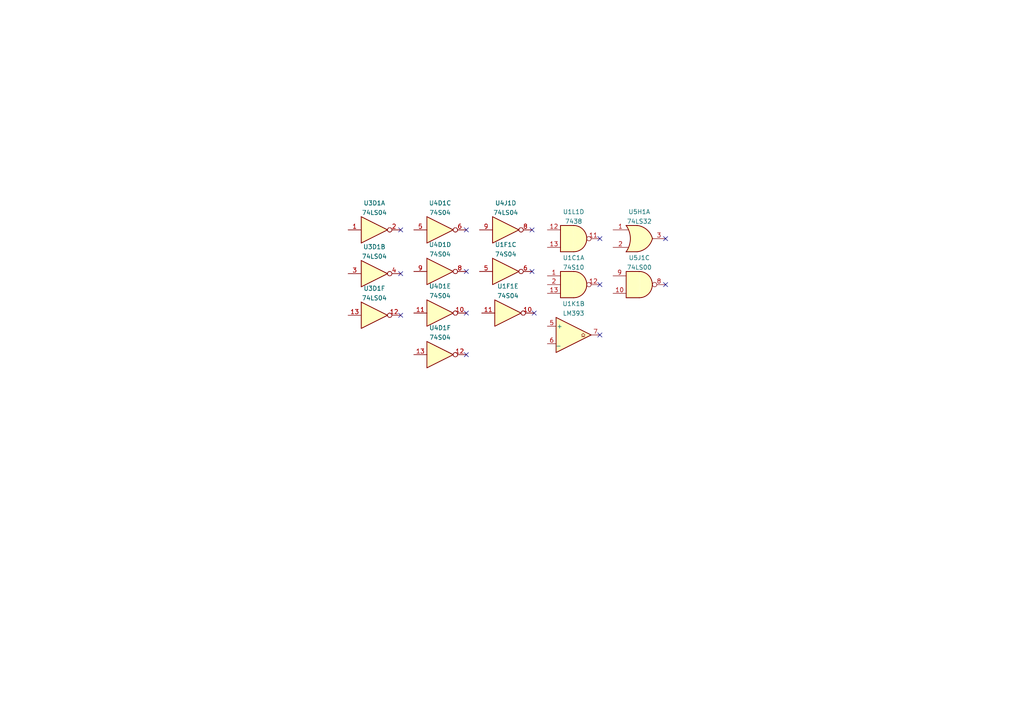
<source format=kicad_sch>
(kicad_sch (version 20230121) (generator eeschema)
  (paper "A4")
  (lib_symbols
    (symbol "74xx:74LS00" (pin_names (offset 1.016))
      (property "Reference" "U" (at 0 1.27 0))
      (property "Value" "74LS00" (at 0 -1.27 0))
      (symbol "74LS00_1_1"
        (arc (start 0 -3.81) (mid 3.7934 0) (end 0 3.81) (stroke (width 0.254)) (fill (type background)))
        (polyline (pts (xy 0 3.81) (xy -3.81 3.81) (xy -3.81 -3.81) (xy 0 -3.81)) (stroke (width 0.254)) (fill (type background)))
        (pin input line (at -7.62 2.54 0) (length 3.81) (name "~") (number "1"))
        (pin input line (at -7.62 -2.54 0) (length 3.81) (name "~") (number "2"))
        (pin output inverted (at 7.62 0 180) (length 3.81) (name "~") (number "3"))
      )
      (symbol "74LS00_1_2"
        (arc (start -3.81 -3.81) (mid -2.589 0) (end -3.81 3.81) (stroke (width 0.254)))
        (arc (start -0.6096 -3.81) (mid 2.1855 -2.584) (end 3.81 0) (stroke (width 0.254)) (fill (type background)))
        (polyline (pts (xy -3.81 -3.81) (xy -0.635 -3.81)) (stroke (width 0.254)) (fill (type background)))
        (polyline (pts (xy -3.81 3.81) (xy -0.635 3.81)) (stroke (width 0.254)) (fill (type background)))
        (polyline (pts (xy -0.635 3.81) (xy -3.81 3.81) (xy -3.81 3.81) (xy -3.556 3.4036) (xy -3.0226 2.2606) (xy -2.6924 1.0414) (xy -2.6162 -0.254) (xy -2.7686 -1.4986) (xy -3.175 -2.7178) (xy -3.81 -3.81) (xy -3.81 -3.81) (xy -0.635 -3.81)) (stroke (width -25.4)) (fill (type background)))
        (arc (start 3.81 0) (mid 2.1928 2.5925) (end -0.6096 3.81) (stroke (width 0.254)) (fill (type background)))
        (pin input inverted (at -7.62 2.54 0) (length 4.318) (name "~") (number "1"))
        (pin input inverted (at -7.62 -2.54 0) (length 4.318) (name "~") (number "2"))
        (pin output line (at 7.62 0 180) (length 3.81) (name "~") (number "3"))
      )
      (symbol "74LS00_2_1"
        (arc (start 0 -3.81) (mid 3.7934 0) (end 0 3.81) (stroke (width 0.254)) (fill (type background)))
        (polyline (pts (xy 0 3.81) (xy -3.81 3.81) (xy -3.81 -3.81) (xy 0 -3.81)) (stroke (width 0.254)) (fill (type background)))
        (pin input line (at -7.62 2.54 0) (length 3.81) (name "~") (number "4"))
        (pin input line (at -7.62 -2.54 0) (length 3.81) (name "~") (number "5"))
        (pin output inverted (at 7.62 0 180) (length 3.81) (name "~") (number "6"))
      )
      (symbol "74LS00_2_2"
        (arc (start -3.81 -3.81) (mid -2.589 0) (end -3.81 3.81) (stroke (width 0.254)))
        (arc (start -0.6096 -3.81) (mid 2.1855 -2.584) (end 3.81 0) (stroke (width 0.254)) (fill (type background)))
        (polyline (pts (xy -3.81 -3.81) (xy -0.635 -3.81)) (stroke (width 0.254)) (fill (type background)))
        (polyline (pts (xy -3.81 3.81) (xy -0.635 3.81)) (stroke (width 0.254)) (fill (type background)))
        (polyline (pts (xy -0.635 3.81) (xy -3.81 3.81) (xy -3.81 3.81) (xy -3.556 3.4036) (xy -3.0226 2.2606) (xy -2.6924 1.0414) (xy -2.6162 -0.254) (xy -2.7686 -1.4986) (xy -3.175 -2.7178) (xy -3.81 -3.81) (xy -3.81 -3.81) (xy -0.635 -3.81)) (stroke (width -25.4)) (fill (type background)))
        (arc (start 3.81 0) (mid 2.1928 2.5925) (end -0.6096 3.81) (stroke (width 0.254)) (fill (type background)))
        (pin input inverted (at -7.62 2.54 0) (length 4.318) (name "~") (number "4"))
        (pin input inverted (at -7.62 -2.54 0) (length 4.318) (name "~") (number "5"))
        (pin output line (at 7.62 0 180) (length 3.81) (name "~") (number "6"))
      )
      (symbol "74LS00_3_1"
        (arc (start 0 -3.81) (mid 3.7934 0) (end 0 3.81) (stroke (width 0.254)) (fill (type background)))
        (polyline (pts (xy 0 3.81) (xy -3.81 3.81) (xy -3.81 -3.81) (xy 0 -3.81)) (stroke (width 0.254)) (fill (type background)))
        (pin input line (at -7.62 -2.54 0) (length 3.81) (name "~") (number "10"))
        (pin output inverted (at 7.62 0 180) (length 3.81) (name "~") (number "8"))
        (pin input line (at -7.62 2.54 0) (length 3.81) (name "~") (number "9"))
      )
      (symbol "74LS00_3_2"
        (arc (start -3.81 -3.81) (mid -2.589 0) (end -3.81 3.81) (stroke (width 0.254)))
        (arc (start -0.6096 -3.81) (mid 2.1855 -2.584) (end 3.81 0) (stroke (width 0.254)) (fill (type background)))
        (polyline (pts (xy -3.81 -3.81) (xy -0.635 -3.81)) (stroke (width 0.254)) (fill (type background)))
        (polyline (pts (xy -3.81 3.81) (xy -0.635 3.81)) (stroke (width 0.254)) (fill (type background)))
        (polyline (pts (xy -0.635 3.81) (xy -3.81 3.81) (xy -3.81 3.81) (xy -3.556 3.4036) (xy -3.0226 2.2606) (xy -2.6924 1.0414) (xy -2.6162 -0.254) (xy -2.7686 -1.4986) (xy -3.175 -2.7178) (xy -3.81 -3.81) (xy -3.81 -3.81) (xy -0.635 -3.81)) (stroke (width -25.4)) (fill (type background)))
        (arc (start 3.81 0) (mid 2.1928 2.5925) (end -0.6096 3.81) (stroke (width 0.254)) (fill (type background)))
        (pin input inverted (at -7.62 -2.54 0) (length 4.318) (name "~") (number "10"))
        (pin output line (at 7.62 0 180) (length 3.81) (name "~") (number "8"))
        (pin input inverted (at -7.62 2.54 0) (length 4.318) (name "~") (number "9"))
      )
      (symbol "74LS00_4_1"
        (arc (start 0 -3.81) (mid 3.7934 0) (end 0 3.81) (stroke (width 0.254)) (fill (type background)))
        (polyline (pts (xy 0 3.81) (xy -3.81 3.81) (xy -3.81 -3.81) (xy 0 -3.81)) (stroke (width 0.254)) (fill (type background)))
        (pin output inverted (at 7.62 0 180) (length 3.81) (name "~") (number "11"))
        (pin input line (at -7.62 2.54 0) (length 3.81) (name "~") (number "12"))
        (pin input line (at -7.62 -2.54 0) (length 3.81) (name "~") (number "13"))
      )
      (symbol "74LS00_4_2"
        (arc (start -3.81 -3.81) (mid -2.589 0) (end -3.81 3.81) (stroke (width 0.254)))
        (arc (start -0.6096 -3.81) (mid 2.1855 -2.584) (end 3.81 0) (stroke (width 0.254)) (fill (type background)))
        (polyline (pts (xy -3.81 -3.81) (xy -0.635 -3.81)) (stroke (width 0.254)) (fill (type background)))
        (polyline (pts (xy -3.81 3.81) (xy -0.635 3.81)) (stroke (width 0.254)) (fill (type background)))
        (polyline (pts (xy -0.635 3.81) (xy -3.81 3.81) (xy -3.81 3.81) (xy -3.556 3.4036) (xy -3.0226 2.2606) (xy -2.6924 1.0414) (xy -2.6162 -0.254) (xy -2.7686 -1.4986) (xy -3.175 -2.7178) (xy -3.81 -3.81) (xy -3.81 -3.81) (xy -0.635 -3.81)) (stroke (width -25.4)) (fill (type background)))
        (arc (start 3.81 0) (mid 2.1928 2.5925) (end -0.6096 3.81) (stroke (width 0.254)) (fill (type background)))
        (pin output line (at 7.62 0 180) (length 3.81) (name "~") (number "11"))
        (pin input inverted (at -7.62 2.54 0) (length 4.318) (name "~") (number "12"))
        (pin input inverted (at -7.62 -2.54 0) (length 4.318) (name "~") (number "13"))
      )
      (symbol "74LS00_5_0"
        (pin power_in line (at 0 12.7 270) (length 5.08) (name "VCC") (number "14"))
        (pin power_in line (at 0 -12.7 90) (length 5.08) (name "GND") (number "7"))
      )
      (symbol "74LS00_5_1"
        (rectangle (start -5.08 7.62) (end 5.08 -7.62) (stroke (width 0.254)) (fill (type background)))
      )
    )
    (symbol "74xx:74LS04"
      (property "Reference" "U" (at 0 1.27 0))
      (property "Value" "74LS04" (at 0 -1.27 0))
      (symbol "74LS04_1_0"
        (polyline (pts (xy -3.81 3.81) (xy -3.81 -3.81) (xy 3.81 0) (xy -3.81 3.81)) (stroke (width 0.254)) (fill (type background)))
        (pin input line (at -7.62 0 0) (length 3.81) (name "~") (number "1"))
        (pin output inverted (at 7.62 0 180) (length 3.81) (name "~") (number "2"))
      )
      (symbol "74LS04_2_0"
        (polyline (pts (xy -3.81 3.81) (xy -3.81 -3.81) (xy 3.81 0) (xy -3.81 3.81)) (stroke (width 0.254)) (fill (type background)))
        (pin input line (at -7.62 0 0) (length 3.81) (name "~") (number "3"))
        (pin output inverted (at 7.62 0 180) (length 3.81) (name "~") (number "4"))
      )
      (symbol "74LS04_3_0"
        (polyline (pts (xy -3.81 3.81) (xy -3.81 -3.81) (xy 3.81 0) (xy -3.81 3.81)) (stroke (width 0.254)) (fill (type background)))
        (pin input line (at -7.62 0 0) (length 3.81) (name "~") (number "5"))
        (pin output inverted (at 7.62 0 180) (length 3.81) (name "~") (number "6"))
      )
      (symbol "74LS04_4_0"
        (polyline (pts (xy -3.81 3.81) (xy -3.81 -3.81) (xy 3.81 0) (xy -3.81 3.81)) (stroke (width 0.254)) (fill (type background)))
        (pin output inverted (at 7.62 0 180) (length 3.81) (name "~") (number "8"))
        (pin input line (at -7.62 0 0) (length 3.81) (name "~") (number "9"))
      )
      (symbol "74LS04_5_0"
        (polyline (pts (xy -3.81 3.81) (xy -3.81 -3.81) (xy 3.81 0) (xy -3.81 3.81)) (stroke (width 0.254)) (fill (type background)))
        (pin output inverted (at 7.62 0 180) (length 3.81) (name "~") (number "10"))
        (pin input line (at -7.62 0 0) (length 3.81) (name "~") (number "11"))
      )
      (symbol "74LS04_6_0"
        (polyline (pts (xy -3.81 3.81) (xy -3.81 -3.81) (xy 3.81 0) (xy -3.81 3.81)) (stroke (width 0.254)) (fill (type background)))
        (pin output inverted (at 7.62 0 180) (length 3.81) (name "~") (number "12"))
        (pin input line (at -7.62 0 0) (length 3.81) (name "~") (number "13"))
      )
      (symbol "74LS04_7_0"
        (pin power_in line (at 0 12.7 270) (length 5.08) (name "VCC") (number "14"))
        (pin power_in line (at 0 -12.7 90) (length 5.08) (name "GND") (number "7"))
      )
      (symbol "74LS04_7_1"
        (rectangle (start -5.08 7.62) (end 5.08 -7.62) (stroke (width 0.254)) (fill (type background)))
      )
    )
    (symbol "74xx:74LS10" (pin_names (offset 1.016))
      (property "Reference" "U" (at 0 1.27 0))
      (property "Value" "74LS10" (at 0 -1.27 0))
      (symbol "74LS10_1_1"
        (arc (start 0 -3.81) (mid 3.7934 0) (end 0 3.81) (stroke (width 0.254)) (fill (type background)))
        (polyline (pts (xy 0 3.81) (xy -3.81 3.81) (xy -3.81 -3.81) (xy 0 -3.81)) (stroke (width 0.254)) (fill (type background)))
        (pin input line (at -7.62 2.54 0) (length 3.81) (name "~") (number "1"))
        (pin output inverted (at 7.62 0 180) (length 3.81) (name "~") (number "12"))
        (pin input line (at -7.62 -2.54 0) (length 3.81) (name "~") (number "13"))
        (pin input line (at -7.62 0 0) (length 3.81) (name "~") (number "2"))
      )
      (symbol "74LS10_1_2"
        (arc (start -3.81 -3.81) (mid -2.589 0) (end -3.81 3.81) (stroke (width 0.254)))
        (arc (start -0.6096 -3.81) (mid 2.1855 -2.584) (end 3.81 0) (stroke (width 0.254)) (fill (type background)))
        (polyline (pts (xy -3.81 -3.81) (xy -0.635 -3.81)) (stroke (width 0.254)) (fill (type background)))
        (polyline (pts (xy -3.81 3.81) (xy -0.635 3.81)) (stroke (width 0.254)) (fill (type background)))
        (polyline (pts (xy -0.635 3.81) (xy -3.81 3.81) (xy -3.81 3.81) (xy -3.556 3.4036) (xy -3.0226 2.2606) (xy -2.6924 1.0414) (xy -2.6162 -0.254) (xy -2.7686 -1.4986) (xy -3.175 -2.7178) (xy -3.81 -3.81) (xy -3.81 -3.81) (xy -0.635 -3.81)) (stroke (width -25.4)) (fill (type background)))
        (arc (start 3.81 0) (mid 2.1928 2.5925) (end -0.6096 3.81) (stroke (width 0.254)) (fill (type background)))
        (pin input inverted (at -7.62 2.54 0) (length 4.318) (name "~") (number "1"))
        (pin output line (at 7.62 0 180) (length 3.81) (name "~") (number "12"))
        (pin input inverted (at -7.62 -2.54 0) (length 4.318) (name "~") (number "13"))
        (pin input inverted (at -7.62 0 0) (length 4.953) (name "~") (number "2"))
      )
      (symbol "74LS10_2_1"
        (arc (start 0 -3.81) (mid 3.7934 0) (end 0 3.81) (stroke (width 0.254)) (fill (type background)))
        (polyline (pts (xy 0 3.81) (xy -3.81 3.81) (xy -3.81 -3.81) (xy 0 -3.81)) (stroke (width 0.254)) (fill (type background)))
        (pin input line (at -7.62 2.54 0) (length 3.81) (name "~") (number "3"))
        (pin input line (at -7.62 0 0) (length 3.81) (name "~") (number "4"))
        (pin input line (at -7.62 -2.54 0) (length 3.81) (name "~") (number "5"))
        (pin output inverted (at 7.62 0 180) (length 3.81) (name "~") (number "6"))
      )
      (symbol "74LS10_2_2"
        (arc (start -3.81 -3.81) (mid -2.589 0) (end -3.81 3.81) (stroke (width 0.254)))
        (arc (start -0.6096 -3.81) (mid 2.1855 -2.584) (end 3.81 0) (stroke (width 0.254)) (fill (type background)))
        (polyline (pts (xy -3.81 -3.81) (xy -0.635 -3.81)) (stroke (width 0.254)) (fill (type background)))
        (polyline (pts (xy -3.81 3.81) (xy -0.635 3.81)) (stroke (width 0.254)) (fill (type background)))
        (polyline (pts (xy -0.635 3.81) (xy -3.81 3.81) (xy -3.81 3.81) (xy -3.556 3.4036) (xy -3.0226 2.2606) (xy -2.6924 1.0414) (xy -2.6162 -0.254) (xy -2.7686 -1.4986) (xy -3.175 -2.7178) (xy -3.81 -3.81) (xy -3.81 -3.81) (xy -0.635 -3.81)) (stroke (width -25.4)) (fill (type background)))
        (arc (start 3.81 0) (mid 2.1928 2.5925) (end -0.6096 3.81) (stroke (width 0.254)) (fill (type background)))
        (pin input inverted (at -7.62 2.54 0) (length 4.318) (name "~") (number "3"))
        (pin input inverted (at -7.62 0 0) (length 4.953) (name "~") (number "4"))
        (pin input inverted (at -7.62 -2.54 0) (length 4.318) (name "~") (number "5"))
        (pin output line (at 7.62 0 180) (length 3.81) (name "~") (number "6"))
      )
      (symbol "74LS10_3_1"
        (arc (start 0 -3.81) (mid 3.7934 0) (end 0 3.81) (stroke (width 0.254)) (fill (type background)))
        (polyline (pts (xy 0 3.81) (xy -3.81 3.81) (xy -3.81 -3.81) (xy 0 -3.81)) (stroke (width 0.254)) (fill (type background)))
        (pin input line (at -7.62 0 0) (length 3.81) (name "~") (number "10"))
        (pin input line (at -7.62 -2.54 0) (length 3.81) (name "~") (number "11"))
        (pin output inverted (at 7.62 0 180) (length 3.81) (name "~") (number "8"))
        (pin input line (at -7.62 2.54 0) (length 3.81) (name "~") (number "9"))
      )
      (symbol "74LS10_3_2"
        (arc (start -3.81 -3.81) (mid -2.589 0) (end -3.81 3.81) (stroke (width 0.254)))
        (arc (start -0.6096 -3.81) (mid 2.1855 -2.584) (end 3.81 0) (stroke (width 0.254)) (fill (type background)))
        (polyline (pts (xy -3.81 -3.81) (xy -0.635 -3.81)) (stroke (width 0.254)) (fill (type background)))
        (polyline (pts (xy -3.81 3.81) (xy -0.635 3.81)) (stroke (width 0.254)) (fill (type background)))
        (polyline (pts (xy -0.635 3.81) (xy -3.81 3.81) (xy -3.81 3.81) (xy -3.556 3.4036) (xy -3.0226 2.2606) (xy -2.6924 1.0414) (xy -2.6162 -0.254) (xy -2.7686 -1.4986) (xy -3.175 -2.7178) (xy -3.81 -3.81) (xy -3.81 -3.81) (xy -0.635 -3.81)) (stroke (width -25.4)) (fill (type background)))
        (arc (start 3.81 0) (mid 2.1928 2.5925) (end -0.6096 3.81) (stroke (width 0.254)) (fill (type background)))
        (pin input inverted (at -7.62 0 0) (length 4.953) (name "~") (number "10"))
        (pin input inverted (at -7.62 -2.54 0) (length 4.318) (name "~") (number "11"))
        (pin output line (at 7.62 0 180) (length 3.81) (name "~") (number "8"))
        (pin input inverted (at -7.62 2.54 0) (length 4.318) (name "~") (number "9"))
      )
      (symbol "74LS10_4_0"
        (pin power_in line (at 0 12.7 270) (length 5.08) (name "VCC") (number "14"))
        (pin power_in line (at 0 -12.7 90) (length 5.08) (name "GND") (number "7"))
      )
      (symbol "74LS10_4_1"
        (rectangle (start -5.08 7.62) (end 5.08 -7.62) (stroke (width 0.254)) (fill (type background)))
      )
    )
    (symbol "74xx:74LS32" (pin_names (offset 1.016))
      (property "Reference" "U" (at 0 1.27 0))
      (property "Value" "74LS32" (at 0 -1.27 0))
      (symbol "74LS32_1_1"
        (arc (start -3.81 -3.81) (mid -2.589 0) (end -3.81 3.81) (stroke (width 0.254)))
        (arc (start -0.6096 -3.81) (mid 2.1855 -2.584) (end 3.81 0) (stroke (width 0.254)) (fill (type background)))
        (polyline (pts (xy -3.81 -3.81) (xy -0.635 -3.81)) (stroke (width 0.254)) (fill (type background)))
        (polyline (pts (xy -3.81 3.81) (xy -0.635 3.81)) (stroke (width 0.254)) (fill (type background)))
        (polyline (pts (xy -0.635 3.81) (xy -3.81 3.81) (xy -3.81 3.81) (xy -3.556 3.4036) (xy -3.0226 2.2606) (xy -2.6924 1.0414) (xy -2.6162 -0.254) (xy -2.7686 -1.4986) (xy -3.175 -2.7178) (xy -3.81 -3.81) (xy -3.81 -3.81) (xy -0.635 -3.81)) (stroke (width -25.4)) (fill (type background)))
        (arc (start 3.81 0) (mid 2.1928 2.5925) (end -0.6096 3.81) (stroke (width 0.254)) (fill (type background)))
        (pin input line (at -7.62 2.54 0) (length 4.318) (name "~") (number "1"))
        (pin input line (at -7.62 -2.54 0) (length 4.318) (name "~") (number "2"))
        (pin output line (at 7.62 0 180) (length 3.81) (name "~") (number "3"))
      )
      (symbol "74LS32_1_2"
        (arc (start 0 -3.81) (mid 3.7934 0) (end 0 3.81) (stroke (width 0.254)) (fill (type background)))
        (polyline (pts (xy 0 3.81) (xy -3.81 3.81) (xy -3.81 -3.81) (xy 0 -3.81)) (stroke (width 0.254)) (fill (type background)))
        (pin input inverted (at -7.62 2.54 0) (length 3.81) (name "~") (number "1"))
        (pin input inverted (at -7.62 -2.54 0) (length 3.81) (name "~") (number "2"))
        (pin output inverted (at 7.62 0 180) (length 3.81) (name "~") (number "3"))
      )
      (symbol "74LS32_2_1"
        (arc (start -3.81 -3.81) (mid -2.589 0) (end -3.81 3.81) (stroke (width 0.254)))
        (arc (start -0.6096 -3.81) (mid 2.1855 -2.584) (end 3.81 0) (stroke (width 0.254)) (fill (type background)))
        (polyline (pts (xy -3.81 -3.81) (xy -0.635 -3.81)) (stroke (width 0.254)) (fill (type background)))
        (polyline (pts (xy -3.81 3.81) (xy -0.635 3.81)) (stroke (width 0.254)) (fill (type background)))
        (polyline (pts (xy -0.635 3.81) (xy -3.81 3.81) (xy -3.81 3.81) (xy -3.556 3.4036) (xy -3.0226 2.2606) (xy -2.6924 1.0414) (xy -2.6162 -0.254) (xy -2.7686 -1.4986) (xy -3.175 -2.7178) (xy -3.81 -3.81) (xy -3.81 -3.81) (xy -0.635 -3.81)) (stroke (width -25.4)) (fill (type background)))
        (arc (start 3.81 0) (mid 2.1928 2.5925) (end -0.6096 3.81) (stroke (width 0.254)) (fill (type background)))
        (pin input line (at -7.62 2.54 0) (length 4.318) (name "~") (number "4"))
        (pin input line (at -7.62 -2.54 0) (length 4.318) (name "~") (number "5"))
        (pin output line (at 7.62 0 180) (length 3.81) (name "~") (number "6"))
      )
      (symbol "74LS32_2_2"
        (arc (start 0 -3.81) (mid 3.7934 0) (end 0 3.81) (stroke (width 0.254)) (fill (type background)))
        (polyline (pts (xy 0 3.81) (xy -3.81 3.81) (xy -3.81 -3.81) (xy 0 -3.81)) (stroke (width 0.254)) (fill (type background)))
        (pin input inverted (at -7.62 2.54 0) (length 3.81) (name "~") (number "4"))
        (pin input inverted (at -7.62 -2.54 0) (length 3.81) (name "~") (number "5"))
        (pin output inverted (at 7.62 0 180) (length 3.81) (name "~") (number "6"))
      )
      (symbol "74LS32_3_1"
        (arc (start -3.81 -3.81) (mid -2.589 0) (end -3.81 3.81) (stroke (width 0.254)))
        (arc (start -0.6096 -3.81) (mid 2.1855 -2.584) (end 3.81 0) (stroke (width 0.254)) (fill (type background)))
        (polyline (pts (xy -3.81 -3.81) (xy -0.635 -3.81)) (stroke (width 0.254)) (fill (type background)))
        (polyline (pts (xy -3.81 3.81) (xy -0.635 3.81)) (stroke (width 0.254)) (fill (type background)))
        (polyline (pts (xy -0.635 3.81) (xy -3.81 3.81) (xy -3.81 3.81) (xy -3.556 3.4036) (xy -3.0226 2.2606) (xy -2.6924 1.0414) (xy -2.6162 -0.254) (xy -2.7686 -1.4986) (xy -3.175 -2.7178) (xy -3.81 -3.81) (xy -3.81 -3.81) (xy -0.635 -3.81)) (stroke (width -25.4)) (fill (type background)))
        (arc (start 3.81 0) (mid 2.1928 2.5925) (end -0.6096 3.81) (stroke (width 0.254)) (fill (type background)))
        (pin input line (at -7.62 -2.54 0) (length 4.318) (name "~") (number "10"))
        (pin output line (at 7.62 0 180) (length 3.81) (name "~") (number "8"))
        (pin input line (at -7.62 2.54 0) (length 4.318) (name "~") (number "9"))
      )
      (symbol "74LS32_3_2"
        (arc (start 0 -3.81) (mid 3.7934 0) (end 0 3.81) (stroke (width 0.254)) (fill (type background)))
        (polyline (pts (xy 0 3.81) (xy -3.81 3.81) (xy -3.81 -3.81) (xy 0 -3.81)) (stroke (width 0.254)) (fill (type background)))
        (pin input inverted (at -7.62 -2.54 0) (length 3.81) (name "~") (number "10"))
        (pin output inverted (at 7.62 0 180) (length 3.81) (name "~") (number "8"))
        (pin input inverted (at -7.62 2.54 0) (length 3.81) (name "~") (number "9"))
      )
      (symbol "74LS32_4_1"
        (arc (start -3.81 -3.81) (mid -2.589 0) (end -3.81 3.81) (stroke (width 0.254)))
        (arc (start -0.6096 -3.81) (mid 2.1855 -2.584) (end 3.81 0) (stroke (width 0.254)) (fill (type background)))
        (polyline (pts (xy -3.81 -3.81) (xy -0.635 -3.81)) (stroke (width 0.254)) (fill (type background)))
        (polyline (pts (xy -3.81 3.81) (xy -0.635 3.81)) (stroke (width 0.254)) (fill (type background)))
        (polyline (pts (xy -0.635 3.81) (xy -3.81 3.81) (xy -3.81 3.81) (xy -3.556 3.4036) (xy -3.0226 2.2606) (xy -2.6924 1.0414) (xy -2.6162 -0.254) (xy -2.7686 -1.4986) (xy -3.175 -2.7178) (xy -3.81 -3.81) (xy -3.81 -3.81) (xy -0.635 -3.81)) (stroke (width -25.4)) (fill (type background)))
        (arc (start 3.81 0) (mid 2.1928 2.5925) (end -0.6096 3.81) (stroke (width 0.254)) (fill (type background)))
        (pin output line (at 7.62 0 180) (length 3.81) (name "~") (number "11"))
        (pin input line (at -7.62 2.54 0) (length 4.318) (name "~") (number "12"))
        (pin input line (at -7.62 -2.54 0) (length 4.318) (name "~") (number "13"))
      )
      (symbol "74LS32_4_2"
        (arc (start 0 -3.81) (mid 3.7934 0) (end 0 3.81) (stroke (width 0.254)) (fill (type background)))
        (polyline (pts (xy 0 3.81) (xy -3.81 3.81) (xy -3.81 -3.81) (xy 0 -3.81)) (stroke (width 0.254)) (fill (type background)))
        (pin output inverted (at 7.62 0 180) (length 3.81) (name "~") (number "11"))
        (pin input inverted (at -7.62 2.54 0) (length 3.81) (name "~") (number "12"))
        (pin input inverted (at -7.62 -2.54 0) (length 3.81) (name "~") (number "13"))
      )
      (symbol "74LS32_5_0"
        (pin power_in line (at 0 12.7 270) (length 5.08) (name "VCC") (number "14"))
        (pin power_in line (at 0 -12.7 90) (length 5.08) (name "GND") (number "7"))
      )
      (symbol "74LS32_5_1"
        (rectangle (start -5.08 7.62) (end 5.08 -7.62) (stroke (width 0.254)) (fill (type background)))
      )
    )
    (symbol "74xx:74LS38" (pin_names (offset 1.016))
      (property "Reference" "U" (at 0 1.27 0))
      (property "Value" "74LS38" (at 0 -1.27 0))
      (symbol "74LS38_1_1"
        (arc (start 0 -3.81) (mid 3.7934 0) (end 0 3.81) (stroke (width 0.254)) (fill (type background)))
        (polyline (pts (xy 0 3.81) (xy -3.81 3.81) (xy -3.81 -3.81) (xy 0 -3.81)) (stroke (width 0.254)) (fill (type background)))
        (pin input line (at -7.62 2.54 0) (length 3.81) (name "~") (number "1"))
        (pin input line (at -7.62 -2.54 0) (length 3.81) (name "~") (number "2"))
        (pin open_collector inverted (at 7.62 0 180) (length 3.81) (name "~") (number "3"))
      )
      (symbol "74LS38_1_2"
        (arc (start -3.81 -3.81) (mid -2.589 0) (end -3.81 3.81) (stroke (width 0.254)))
        (arc (start -0.6096 -3.81) (mid 2.1855 -2.584) (end 3.81 0) (stroke (width 0.254)) (fill (type background)))
        (polyline (pts (xy -3.81 -3.81) (xy -0.635 -3.81)) (stroke (width 0.254)) (fill (type background)))
        (polyline (pts (xy -3.81 3.81) (xy -0.635 3.81)) (stroke (width 0.254)) (fill (type background)))
        (polyline (pts (xy -0.635 3.81) (xy -3.81 3.81) (xy -3.81 3.81) (xy -3.556 3.4036) (xy -3.0226 2.2606) (xy -2.6924 1.0414) (xy -2.6162 -0.254) (xy -2.7686 -1.4986) (xy -3.175 -2.7178) (xy -3.81 -3.81) (xy -3.81 -3.81) (xy -0.635 -3.81)) (stroke (width -25.4)) (fill (type background)))
        (arc (start 3.81 0) (mid 2.1928 2.5925) (end -0.6096 3.81) (stroke (width 0.254)) (fill (type background)))
        (pin input inverted (at -7.62 2.54 0) (length 4.318) (name "~") (number "1"))
        (pin input inverted (at -7.62 -2.54 0) (length 4.318) (name "~") (number "2"))
        (pin open_collector line (at 7.62 0 180) (length 3.81) (name "~") (number "3"))
      )
      (symbol "74LS38_2_1"
        (arc (start 0 -3.81) (mid 3.7934 0) (end 0 3.81) (stroke (width 0.254)) (fill (type background)))
        (polyline (pts (xy 0 3.81) (xy -3.81 3.81) (xy -3.81 -3.81) (xy 0 -3.81)) (stroke (width 0.254)) (fill (type background)))
        (pin input line (at -7.62 2.54 0) (length 3.81) (name "~") (number "4"))
        (pin input line (at -7.62 -2.54 0) (length 3.81) (name "~") (number "5"))
        (pin open_collector inverted (at 7.62 0 180) (length 3.81) (name "~") (number "6"))
      )
      (symbol "74LS38_2_2"
        (arc (start -3.81 -3.81) (mid -2.589 0) (end -3.81 3.81) (stroke (width 0.254)))
        (arc (start -0.6096 -3.81) (mid 2.1855 -2.584) (end 3.81 0) (stroke (width 0.254)) (fill (type background)))
        (polyline (pts (xy -3.81 -3.81) (xy -0.635 -3.81)) (stroke (width 0.254)) (fill (type background)))
        (polyline (pts (xy -3.81 3.81) (xy -0.635 3.81)) (stroke (width 0.254)) (fill (type background)))
        (polyline (pts (xy -0.635 3.81) (xy -3.81 3.81) (xy -3.81 3.81) (xy -3.556 3.4036) (xy -3.0226 2.2606) (xy -2.6924 1.0414) (xy -2.6162 -0.254) (xy -2.7686 -1.4986) (xy -3.175 -2.7178) (xy -3.81 -3.81) (xy -3.81 -3.81) (xy -0.635 -3.81)) (stroke (width -25.4)) (fill (type background)))
        (arc (start 3.81 0) (mid 2.1928 2.5925) (end -0.6096 3.81) (stroke (width 0.254)) (fill (type background)))
        (pin input inverted (at -7.62 2.54 0) (length 4.318) (name "~") (number "4"))
        (pin input inverted (at -7.62 -2.54 0) (length 4.318) (name "~") (number "5"))
        (pin open_collector line (at 7.62 0 180) (length 3.81) (name "~") (number "6"))
      )
      (symbol "74LS38_3_1"
        (arc (start 0 -3.81) (mid 3.7934 0) (end 0 3.81) (stroke (width 0.254)) (fill (type background)))
        (polyline (pts (xy 0 3.81) (xy -3.81 3.81) (xy -3.81 -3.81) (xy 0 -3.81)) (stroke (width 0.254)) (fill (type background)))
        (pin input line (at -7.62 -2.54 0) (length 3.81) (name "~") (number "10"))
        (pin open_collector inverted (at 7.62 0 180) (length 3.81) (name "~") (number "8"))
        (pin input line (at -7.62 2.54 0) (length 3.81) (name "~") (number "9"))
      )
      (symbol "74LS38_3_2"
        (arc (start -3.81 -3.81) (mid -2.589 0) (end -3.81 3.81) (stroke (width 0.254)))
        (arc (start -0.6096 -3.81) (mid 2.1855 -2.584) (end 3.81 0) (stroke (width 0.254)) (fill (type background)))
        (polyline (pts (xy -3.81 -3.81) (xy -0.635 -3.81)) (stroke (width 0.254)) (fill (type background)))
        (polyline (pts (xy -3.81 3.81) (xy -0.635 3.81)) (stroke (width 0.254)) (fill (type background)))
        (polyline (pts (xy -0.635 3.81) (xy -3.81 3.81) (xy -3.81 3.81) (xy -3.556 3.4036) (xy -3.0226 2.2606) (xy -2.6924 1.0414) (xy -2.6162 -0.254) (xy -2.7686 -1.4986) (xy -3.175 -2.7178) (xy -3.81 -3.81) (xy -3.81 -3.81) (xy -0.635 -3.81)) (stroke (width -25.4)) (fill (type background)))
        (arc (start 3.81 0) (mid 2.1928 2.5925) (end -0.6096 3.81) (stroke (width 0.254)) (fill (type background)))
        (pin input inverted (at -7.62 -2.54 0) (length 4.318) (name "~") (number "10"))
        (pin open_collector line (at 7.62 0 180) (length 3.81) (name "~") (number "8"))
        (pin input inverted (at -7.62 2.54 0) (length 4.318) (name "~") (number "9"))
      )
      (symbol "74LS38_4_1"
        (arc (start 0 -3.81) (mid 3.7934 0) (end 0 3.81) (stroke (width 0.254)) (fill (type background)))
        (polyline (pts (xy 0 3.81) (xy -3.81 3.81) (xy -3.81 -3.81) (xy 0 -3.81)) (stroke (width 0.254)) (fill (type background)))
        (pin open_collector inverted (at 7.62 0 180) (length 3.81) (name "~") (number "11"))
        (pin input line (at -7.62 2.54 0) (length 3.81) (name "~") (number "12"))
        (pin input line (at -7.62 -2.54 0) (length 3.81) (name "~") (number "13"))
      )
      (symbol "74LS38_4_2"
        (arc (start -3.81 -3.81) (mid -2.589 0) (end -3.81 3.81) (stroke (width 0.254)))
        (arc (start -0.6096 -3.81) (mid 2.1855 -2.584) (end 3.81 0) (stroke (width 0.254)) (fill (type background)))
        (polyline (pts (xy -3.81 -3.81) (xy -0.635 -3.81)) (stroke (width 0.254)) (fill (type background)))
        (polyline (pts (xy -3.81 3.81) (xy -0.635 3.81)) (stroke (width 0.254)) (fill (type background)))
        (polyline (pts (xy -0.635 3.81) (xy -3.81 3.81) (xy -3.81 3.81) (xy -3.556 3.4036) (xy -3.0226 2.2606) (xy -2.6924 1.0414) (xy -2.6162 -0.254) (xy -2.7686 -1.4986) (xy -3.175 -2.7178) (xy -3.81 -3.81) (xy -3.81 -3.81) (xy -0.635 -3.81)) (stroke (width -25.4)) (fill (type background)))
        (arc (start 3.81 0) (mid 2.1928 2.5925) (end -0.6096 3.81) (stroke (width 0.254)) (fill (type background)))
        (pin open_collector line (at 7.62 0 180) (length 3.81) (name "~") (number "11"))
        (pin input inverted (at -7.62 2.54 0) (length 4.318) (name "~") (number "12"))
        (pin input inverted (at -7.62 -2.54 0) (length 4.318) (name "~") (number "13"))
      )
      (symbol "74LS38_5_0"
        (pin power_in line (at 0 12.7 270) (length 5.08) (name "VCC") (number "14"))
        (pin power_in line (at 0 -12.7 90) (length 5.08) (name "GND") (number "7"))
      )
      (symbol "74LS38_5_1"
        (rectangle (start -5.08 7.62) (end 5.08 -7.62) (stroke (width 0.254)) (fill (type background)))
      )
    )
    (symbol "Comparator:LM393" (pin_names (offset 0.127))
      (property "Reference" "U" (at 3.81 3.81 0))
      (property "Value" "LM393" (at 6.35 -3.81 0))
      (symbol "LM393_1_1"
        (polyline (pts (xy -5.08 5.08) (xy 5.08 0) (xy -5.08 -5.08) (xy -5.08 5.08)) (stroke (width 0.254)) (fill (type background)))
        (polyline (pts (xy 3.302 -0.508) (xy 2.794 -0.508) (xy 3.302 0) (xy 2.794 0.508) (xy 2.286 0) (xy 2.794 -0.508) (xy 2.286 -0.508)) (stroke (width 0.127)))
        (pin open_collector line (at 7.62 0 180) (length 2.54) (name "~") (number "1"))
        (pin input line (at -7.62 -2.54 0) (length 2.54) (name "-") (number "2"))
        (pin input line (at -7.62 2.54 0) (length 2.54) (name "+") (number "3"))
      )
      (symbol "LM393_2_1"
        (polyline (pts (xy -5.08 5.08) (xy 5.08 0) (xy -5.08 -5.08) (xy -5.08 5.08)) (stroke (width 0.254)) (fill (type background)))
        (polyline (pts (xy 3.302 -0.508) (xy 2.794 -0.508) (xy 3.302 0) (xy 2.794 0.508) (xy 2.286 0) (xy 2.794 -0.508) (xy 2.286 -0.508)) (stroke (width 0.127)))
        (pin input line (at -7.62 2.54 0) (length 2.54) (name "+") (number "5"))
        (pin input line (at -7.62 -2.54 0) (length 2.54) (name "_") (number "6"))
        (pin open_collector line (at 7.62 0 180) (length 2.54) (name "~") (number "7"))
      )
      (symbol "LM393_3_1"
        (pin power_in line (at -2.54 -7.62 90) (length 3.81) (name "V-") (number "4"))
        (pin power_in line (at -2.54 7.62 270) (length 3.81) (name "V+") (number "8"))
      )
    )
  )
  (no_connect (at 154.305 78.74))
  (no_connect (at 154.305 66.675))
  (no_connect (at 135.255 78.74))
  (no_connect (at 116.205 79.375))
  (no_connect (at 116.205 66.675))
  (no_connect (at 135.255 66.675))
  (no_connect (at 193.04 69.215))
  (no_connect (at 193.04 82.55))
  (no_connect (at 173.99 69.215))
  (no_connect (at 173.99 82.55))
  (no_connect (at 154.94 90.805))
  (no_connect (at 173.99 97.155))
  (no_connect (at 135.255 102.87))
  (no_connect (at 135.255 90.805))
  (no_connect (at 116.205 91.44))
  (symbol (lib_id "74xx:74LS04") (at 146.685 66.675 0) (unit 4)
    (property "Reference" "U4J1" (at 146.685 58.8985 0))
    (property "Value" "74LS04" (at 146.685 61.6736 0))
    (property "Footprint" "Package_DIP:DIP-14_W7.62mm" (effects hide))
    (property "Datasheet" "http://www.ti.com/lit/gpn/sn74LS04" (effects hide))
  )
  (symbol (lib_id "Comparator:LM393") (at 166.37 97.155 0) (unit 2)
    (property "Reference" "U1K1" (at 166.37 88.1085 0))
    (property "Value" "LM393" (at 166.37 90.8836 0))
    (property "Footprint" "Package_DIP:DIP-8_W7.62mm" (effects hide))
    (property "Datasheet" "http://www.ti.com/lit/ds/symlink/lm393.pdf" (effects hide))
  )
  (symbol (lib_id "74xx:74LS04") (at 127.635 90.805 0) (unit 5)
    (property "Reference" "U4D1" (at 127.635 83.0285 0))
    (property "Value" "74S04" (at 127.635 85.8036 0))
    (property "Footprint" "Package_DIP:DIP-14_W7.62mm" (effects hide))
    (property "Datasheet" "http://www.ti.com/lit/gpn/sn74LS04" (effects hide))
  )
  (symbol (lib_id "74xx:74LS38") (at 166.37 69.215 0) (unit 4)
    (property "Reference" "U1L1" (at 166.37 61.4385 0))
    (property "Value" "7438" (at 166.37 64.2136 0))
    (property "Footprint" "Package_DIP:DIP-14_W7.62mm" (effects hide))
    (property "Datasheet" "http://www.ti.com/lit/gpn/sn74LS38" (effects hide))
  )
  (symbol (lib_id "74xx:74LS00") (at 185.42 82.55 0) (unit 3)
    (property "Reference" "U5J1" (at 185.42 74.7735 0))
    (property "Value" "74LS00" (at 185.42 77.5486 0))
    (property "Footprint" "Package_DIP:DIP-14_W7.62mm" (effects hide))
    (property "Datasheet" "http://www.ti.com/lit/gpn/sn74ls00" (effects hide))
  )
  (symbol (lib_id "74xx:74LS04") (at 127.635 102.87 0) (unit 6)
    (property "Reference" "U4D1" (at 127.635 95.0935 0))
    (property "Value" "74S04" (at 127.635 97.8686 0))
    (property "Footprint" "Package_DIP:DIP-14_W7.62mm" (effects hide))
    (property "Datasheet" "http://www.ti.com/lit/gpn/sn74LS04" (effects hide))
  )
  (symbol (lib_id "74xx:74LS04") (at 127.635 78.74 0) (unit 4)
    (property "Reference" "U4D1" (at 127.635 70.9635 0))
    (property "Value" "74S04" (at 127.635 73.7386 0))
    (property "Footprint" "Package_DIP:DIP-14_W7.62mm" (effects hide))
    (property "Datasheet" "http://www.ti.com/lit/gpn/sn74LS04" (effects hide))
  )
  (symbol (lib_id "74xx:74LS04") (at 127.635 66.675 0) (unit 3)
    (property "Reference" "U4D1" (at 127.635 58.8985 0))
    (property "Value" "74S04" (at 127.635 61.6736 0))
    (property "Footprint" "Package_DIP:DIP-14_W7.62mm" (effects hide))
    (property "Datasheet" "http://www.ti.com/lit/gpn/sn74LS04" (effects hide))
  )
  (symbol (lib_id "74xx:74LS04") (at 108.585 79.375 0) (unit 2)
    (property "Reference" "U3D1" (at 108.585 71.5985 0))
    (property "Value" "74LS04" (at 108.585 74.3736 0))
    (property "Footprint" "Package_DIP:DIP-14_W7.62mm" (effects hide))
    (property "Datasheet" "http://www.ti.com/lit/gpn/sn74LS04" (effects hide))
  )
  (symbol (lib_id "74xx:74LS04") (at 147.32 90.805 0) (unit 5)
    (property "Reference" "U1F1" (at 147.32 83.0285 0))
    (property "Value" "74S04" (at 147.32 85.8036 0))
    (property "Footprint" "Package_DIP:DIP-14_W7.62mm" (effects hide))
    (property "Datasheet" "http://www.ti.com/lit/gpn/sn74LS04" (effects hide))
  )
  (symbol (lib_id "74xx:74LS10") (at 166.37 82.55 0) (unit 1)
    (property "Reference" "U1C1" (at 166.37 74.7735 0))
    (property "Value" "74S10" (at 166.37 77.5486 0))
    (property "Footprint" "Package_DIP:DIP-14_W7.62mm" (effects hide))
    (property "Datasheet" "http://www.ti.com/lit/gpn/sn74LS10" (effects hide))
  )
  (symbol (lib_id "74xx:74LS32") (at 185.42 69.215 0) (unit 1)
    (property "Reference" "U5H1" (at 185.42 61.4385 0))
    (property "Value" "74LS32" (at 185.42 64.2136 0))
    (property "Footprint" "Package_DIP:DIP-14_W7.62mm" (effects hide))
    (property "Datasheet" "http://www.ti.com/lit/gpn/sn74LS32" (effects hide))
  )
  (symbol (lib_id "74xx:74LS04") (at 108.585 66.675 0) (unit 1)
    (property "Reference" "U3D1" (at 108.585 58.8985 0))
    (property "Value" "74LS04" (at 108.585 61.6736 0))
    (property "Footprint" "Package_DIP:DIP-14_W7.62mm" (effects hide))
    (property "Datasheet" "http://www.ti.com/lit/gpn/sn74LS04" (effects hide))
  )
  (symbol (lib_id "74xx:74LS04") (at 146.685 78.74 0) (unit 3)
    (property "Reference" "U1F1" (at 146.685 70.9635 0))
    (property "Value" "74S04" (at 146.685 73.7386 0))
    (property "Footprint" "Package_DIP:DIP-14_W7.62mm" (effects hide))
    (property "Datasheet" "http://www.ti.com/lit/gpn/sn74LS04" (effects hide))
  )
  (symbol (lib_id "74xx:74LS04") (at 108.585 91.44 0) (unit 6)
    (property "Reference" "U3D1" (at 108.585 83.6635 0))
    (property "Value" "74LS04" (at 108.585 86.4386 0))
    (property "Footprint" "Package_DIP:DIP-14_W7.62mm" (effects hide))
    (property "Datasheet" "http://www.ti.com/lit/gpn/sn74LS04" (effects hide))
  )
)
</source>
